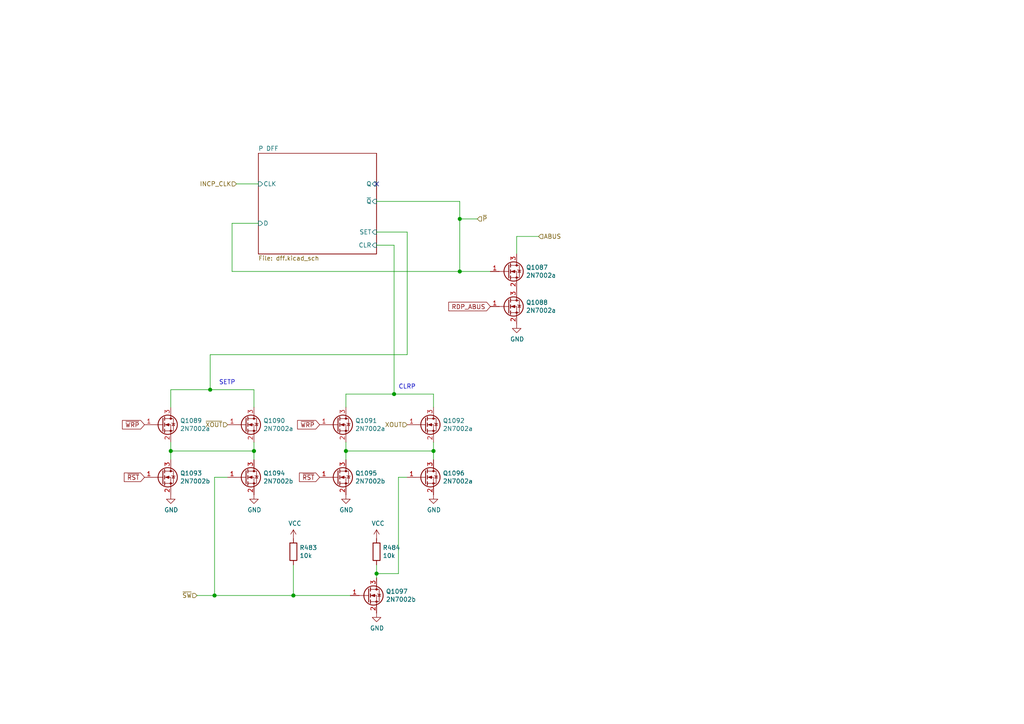
<source format=kicad_sch>
(kicad_sch (version 20210126) (generator eeschema)
  (paper "A4")
  (title_block (title "Q2 P Register Bit") (date "2021-02-05") (rev "1") (company "joewing.net"))
  (lib_symbols
    (symbol "Device:R" (pin_numbers hide) (pin_names (offset 0))
      (property "Reference" "R" (at 2.032 0 90))
      (property "Value" "R" (at 0 0 90))
      (symbol "R_0_1"
        (rectangle (start -1.016 -2.54) (end 1.016 2.54) (stroke (width 0.254)))
      )
      (symbol "R_1_1"
        (pin passive line (at 0 3.81 270) (length 1.27) (name "~") (number "1"))
        (pin passive line (at 0 -3.81 90) (length 1.27) (name "~") (number "2"))
      )
    )
    (symbol "Transistor_FET:2N7002" (pin_names hide)
      (property "Reference" "Q" (at 5.08 1.905 0))
      (property "Value" "2N7002" (at 5.08 0 0))
      (symbol "2N7002_0_1"
        (circle (center 1.651 0) (radius 2.794) (stroke (width 0.254)))
        (circle (center 2.54 -1.778) (radius 0.254) (fill (type outline)))
        (circle (center 2.54 1.778) (radius 0.254) (fill (type outline)))
        (polyline (pts (xy 0.254 0) (xy -2.54 0)))
        (polyline (pts (xy 0.254 1.905) (xy 0.254 -1.905)) (stroke (width 0.254)))
        (polyline (pts (xy 0.762 -1.27) (xy 0.762 -2.286)) (stroke (width 0.254)))
        (polyline (pts (xy 0.762 0.508) (xy 0.762 -0.508)) (stroke (width 0.254)))
        (polyline (pts (xy 0.762 2.286) (xy 0.762 1.27)) (stroke (width 0.254)))
        (polyline (pts (xy 2.54 2.54) (xy 2.54 1.778)))
        (polyline (pts (xy 2.54 -2.54) (xy 2.54 0) (xy 0.762 0)))
        (polyline (pts (xy 0.762 -1.778) (xy 3.302 -1.778) (xy 3.302 1.778) (xy 0.762 1.778)))
        (polyline (pts (xy 1.016 0) (xy 2.032 0.381) (xy 2.032 -0.381) (xy 1.016 0)) (fill (type outline)))
        (polyline (pts (xy 2.794 0.508) (xy 2.921 0.381) (xy 3.683 0.381) (xy 3.81 0.254)))
        (polyline (pts (xy 3.302 0.381) (xy 2.921 -0.254) (xy 3.683 -0.254) (xy 3.302 0.381)))
      )
      (symbol "2N7002_1_1"
        (pin input line (at -5.08 0 0) (length 2.54) (name "G") (number "1"))
        (pin passive line (at 2.54 -5.08 90) (length 2.54) (name "S") (number "2"))
        (pin passive line (at 2.54 5.08 270) (length 2.54) (name "D") (number "3"))
      )
    )
    (symbol "power:GND" (power) (pin_names (offset 0))
      (property "Value" "GND" (at 0 -3.81 0))
      (symbol "GND_0_1"
        (polyline (pts (xy 0 0) (xy 0 -1.27) (xy 1.27 -1.27) (xy 0 -2.54) (xy -1.27 -1.27) (xy 0 -1.27)))
      )
      (symbol "GND_1_1"
        (pin power_in line (at 0 0 270) (length 0) hide (name "GND") (number "1"))
      )
    )
    (symbol "power:VCC" (power) (pin_names (offset 0))
      (property "Value" "VCC" (at 0 3.81 0))
      (symbol "VCC_0_1"
        (polyline (pts (xy -0.762 1.27) (xy 0 2.54)))
        (polyline (pts (xy 0 0) (xy 0 2.54)))
        (polyline (pts (xy 0 2.54) (xy 0.762 1.27)))
      )
      (symbol "VCC_1_1"
        (pin power_in line (at 0 0 90) (length 0) hide (name "VCC") (number "1"))
      )
    )
  )
  (junction (at 49.53 130.81) (diameter 1.016))
  (junction (at 60.96 113.03) (diameter 1.016))
  (junction (at 62.23 172.72) (diameter 1.016))
  (junction (at 73.66 130.81) (diameter 1.016))
  (junction (at 85.09 172.72) (diameter 1.016))
  (junction (at 100.33 130.81) (diameter 1.016))
  (junction (at 109.22 166.37) (diameter 1.016))
  (junction (at 114.3 114.3) (diameter 1.016))
  (junction (at 125.73 130.81) (diameter 1.016))
  (junction (at 133.35 63.5) (diameter 1.016))
  (junction (at 133.35 78.74) (diameter 1.016))
  (no_connect (at 109.22 53.34))
  (wire (pts (xy 49.53 113.03) (xy 60.96 113.03)))
  (wire (pts (xy 49.53 118.11) (xy 49.53 113.03)))
  (wire (pts (xy 49.53 128.27) (xy 49.53 130.81)))
  (wire (pts (xy 49.53 130.81) (xy 49.53 133.35)))
  (wire (pts (xy 57.15 172.72) (xy 62.23 172.72)))
  (wire (pts (xy 60.96 102.87) (xy 60.96 113.03)))
  (wire (pts (xy 60.96 113.03) (xy 73.66 113.03)))
  (wire (pts (xy 62.23 138.43) (xy 66.04 138.43)))
  (wire (pts (xy 62.23 172.72) (xy 62.23 138.43)))
  (wire (pts (xy 62.23 172.72) (xy 85.09 172.72)))
  (wire (pts (xy 67.31 64.77) (xy 67.31 78.74)))
  (wire (pts (xy 67.31 64.77) (xy 74.93 64.77)))
  (wire (pts (xy 67.31 78.74) (xy 133.35 78.74)))
  (wire (pts (xy 68.58 53.34) (xy 74.93 53.34)))
  (wire (pts (xy 73.66 113.03) (xy 73.66 118.11)))
  (wire (pts (xy 73.66 128.27) (xy 73.66 130.81)))
  (wire (pts (xy 73.66 130.81) (xy 49.53 130.81)))
  (wire (pts (xy 73.66 130.81) (xy 73.66 133.35)))
  (wire (pts (xy 85.09 163.83) (xy 85.09 172.72)))
  (wire (pts (xy 85.09 172.72) (xy 101.6 172.72)))
  (wire (pts (xy 100.33 114.3) (xy 100.33 118.11)))
  (wire (pts (xy 100.33 114.3) (xy 114.3 114.3)))
  (wire (pts (xy 100.33 128.27) (xy 100.33 130.81)))
  (wire (pts (xy 100.33 130.81) (xy 100.33 133.35)))
  (wire (pts (xy 100.33 130.81) (xy 125.73 130.81)))
  (wire (pts (xy 109.22 58.42) (xy 133.35 58.42)))
  (wire (pts (xy 109.22 67.31) (xy 118.11 67.31)))
  (wire (pts (xy 109.22 71.12) (xy 114.3 71.12)))
  (wire (pts (xy 109.22 163.83) (xy 109.22 166.37)))
  (wire (pts (xy 109.22 166.37) (xy 109.22 167.64)))
  (wire (pts (xy 109.22 166.37) (xy 115.57 166.37)))
  (wire (pts (xy 114.3 71.12) (xy 114.3 114.3)))
  (wire (pts (xy 114.3 114.3) (xy 125.73 114.3)))
  (wire (pts (xy 115.57 138.43) (xy 115.57 166.37)))
  (wire (pts (xy 118.11 67.31) (xy 118.11 102.87)))
  (wire (pts (xy 118.11 102.87) (xy 60.96 102.87)))
  (wire (pts (xy 118.11 138.43) (xy 115.57 138.43)))
  (wire (pts (xy 125.73 114.3) (xy 125.73 118.11)))
  (wire (pts (xy 125.73 128.27) (xy 125.73 130.81)))
  (wire (pts (xy 125.73 130.81) (xy 125.73 133.35)))
  (wire (pts (xy 133.35 58.42) (xy 133.35 63.5)))
  (wire (pts (xy 133.35 63.5) (xy 133.35 78.74)))
  (wire (pts (xy 133.35 78.74) (xy 142.24 78.74)))
  (wire (pts (xy 138.43 63.5) (xy 133.35 63.5)))
  (wire (pts (xy 149.86 68.58) (xy 156.21 68.58)))
  (wire (pts (xy 149.86 73.66) (xy 149.86 68.58)))
  (text "SETP" (at 63.5 111.76 0) (effects (font (size 1.27 1.27)) (justify left bottom)))
  (text "CLRP" (at 115.57 113.03 0) (effects (font (size 1.27 1.27)) (justify left bottom)))
  (global_label "~WRP" (shape input) (at 41.91 123.19 180) (property "Intersheet References" "${INTERSHEET_REFS}" (effects hide)))
  (global_label "~RST" (shape input) (at 41.91 138.43 180) (property "Intersheet References" "${INTERSHEET_REFS}" (effects hide)))
  (global_label "~WRP" (shape input) (at 92.71 123.19 180) (property "Intersheet References" "${INTERSHEET_REFS}" (effects hide)))
  (global_label "~RST" (shape input) (at 92.71 138.43 180) (property "Intersheet References" "${INTERSHEET_REFS}" (effects hide)))
  (global_label "RDP_ABUS" (shape input) (at 142.24 88.9 180) (property "Intersheet References" "${INTERSHEET_REFS}" (effects hide)))
  (hierarchical_label "~SW" (shape input) (at 57.15 172.72 180))
  (hierarchical_label "~XOUT" (shape input) (at 66.04 123.19 180))
  (hierarchical_label "INCP_CLK" (shape input) (at 68.58 53.34 180))
  (hierarchical_label "XOUT" (shape input) (at 118.11 123.19 180))
  (hierarchical_label "~P" (shape input) (at 138.43 63.5 0))
  (hierarchical_label "ABUS" (shape input) (at 156.21 68.58 0))
  (symbol (lib_id "power:VCC") (at 85.09 156.21 0)
    (property "Reference" "#PWR0984" (effects hide))
    (property "Value" "VCC" (at 85.5218 151.8158 0))
  )
  (symbol (lib_id "power:VCC") (at 109.22 156.21 0)
    (property "Reference" "#PWR0985" (effects hide))
    (property "Value" "VCC" (at 109.6518 151.8158 0))
  )
  (symbol (lib_id "power:GND") (at 49.53 143.51 0)
    (property "Reference" "#PWR0980" (effects hide))
    (property "Value" "GND" (at 49.657 147.9042 0))
  )
  (symbol (lib_id "power:GND") (at 73.66 143.51 0)
    (property "Reference" "#PWR0981" (effects hide))
    (property "Value" "GND" (at 73.787 147.9042 0))
  )
  (symbol (lib_id "power:GND") (at 100.33 143.51 0)
    (property "Reference" "#PWR0982" (effects hide))
    (property "Value" "GND" (at 100.457 147.9042 0))
  )
  (symbol (lib_id "power:GND") (at 109.22 177.8 0)
    (property "Reference" "#PWR0986" (effects hide))
    (property "Value" "GND" (at 109.347 182.1942 0))
  )
  (symbol (lib_id "power:GND") (at 125.73 143.51 0)
    (property "Reference" "#PWR0983" (effects hide))
    (property "Value" "GND" (at 125.857 147.9042 0))
  )
  (symbol (lib_id "power:GND") (at 149.86 93.98 0)
    (property "Reference" "#PWR0979" (effects hide))
    (property "Value" "GND" (at 149.987 98.3742 0))
  )
  (symbol (lib_id "Device:R") (at 85.09 160.02 0)
    (property "Reference" "R483" (at 86.868 158.8516 0) (effects (justify left)))
    (property "Value" "10k" (at 86.868 161.163 0) (effects (justify left)))
    (property "Footprint" "Resistor_SMD:R_0805_2012Metric" (effects hide))
    (property "LCSC" "C17414" (effects hide))
  )
  (symbol (lib_id "Device:R") (at 109.22 160.02 0)
    (property "Reference" "R484" (at 110.998 158.8516 0) (effects (justify left)))
    (property "Value" "10k" (at 110.998 161.163 0) (effects (justify left)))
    (property "Footprint" "Resistor_SMD:R_0805_2012Metric" (effects hide))
    (property "LCSC" "C17414" (effects hide))
  )
  (symbol (lib_id "Transistor_FET:2N7002") (at 46.99 123.19 0)
    (property "Reference" "Q1089" (at 52.2224 122.0216 0) (effects (justify left)))
    (property "Value" "2N7002a" (at 52.2224 124.333 0) (effects (justify left)))
    (property "Footprint" "Package_TO_SOT_SMD:SOT-23" (effects hide))
    (property "Datasheet" "https://www.fairchildsemi.com/datasheets/2N/2N7002.pdf" (effects hide))
    (property "LCSC" "C8545" (effects hide))
  )
  (symbol (lib_id "Transistor_FET:2N7002") (at 46.99 138.43 0)
    (property "Reference" "Q1093" (at 52.2224 137.2616 0) (effects (justify left)))
    (property "Value" "2N7002b" (at 52.222 139.573 0) (effects (justify left)))
    (property "Footprint" "Package_TO_SOT_SMD:SOT-23" (effects hide))
    (property "Datasheet" "https://www.fairchildsemi.com/datasheets/2N/2N7002.pdf" (effects hide))
    (property "LCSC" "C8545" (effects hide))
  )
  (symbol (lib_id "Transistor_FET:2N7002") (at 71.12 123.19 0)
    (property "Reference" "Q1090" (at 76.3524 122.0216 0) (effects (justify left)))
    (property "Value" "2N7002a" (at 76.3524 124.333 0) (effects (justify left)))
    (property "Footprint" "Package_TO_SOT_SMD:SOT-23" (effects hide))
    (property "Datasheet" "https://www.fairchildsemi.com/datasheets/2N/2N7002.pdf" (effects hide))
    (property "LCSC" "C8545" (effects hide))
  )
  (symbol (lib_id "Transistor_FET:2N7002") (at 71.12 138.43 0)
    (property "Reference" "Q1094" (at 76.3524 137.2616 0) (effects (justify left)))
    (property "Value" "2N7002b" (at 76.352 139.573 0) (effects (justify left)))
    (property "Footprint" "Package_TO_SOT_SMD:SOT-23" (effects hide))
    (property "Datasheet" "https://www.fairchildsemi.com/datasheets/2N/2N7002.pdf" (effects hide))
    (property "LCSC" "C8545" (effects hide))
  )
  (symbol (lib_id "Transistor_FET:2N7002") (at 97.79 123.19 0)
    (property "Reference" "Q1091" (at 103.0224 122.0216 0) (effects (justify left)))
    (property "Value" "2N7002a" (at 103.0224 124.333 0) (effects (justify left)))
    (property "Footprint" "Package_TO_SOT_SMD:SOT-23" (effects hide))
    (property "Datasheet" "https://www.fairchildsemi.com/datasheets/2N/2N7002.pdf" (effects hide))
    (property "LCSC" "C8545" (effects hide))
  )
  (symbol (lib_id "Transistor_FET:2N7002") (at 97.79 138.43 0)
    (property "Reference" "Q1095" (at 103.0224 137.2616 0) (effects (justify left)))
    (property "Value" "2N7002b" (at 103.022 139.573 0) (effects (justify left)))
    (property "Footprint" "Package_TO_SOT_SMD:SOT-23" (effects hide))
    (property "Datasheet" "https://www.fairchildsemi.com/datasheets/2N/2N7002.pdf" (effects hide))
    (property "LCSC" "C8545" (effects hide))
  )
  (symbol (lib_id "Transistor_FET:2N7002") (at 106.68 172.72 0)
    (property "Reference" "Q1097" (at 111.9124 171.5516 0) (effects (justify left)))
    (property "Value" "2N7002b" (at 111.912 173.863 0) (effects (justify left)))
    (property "Footprint" "Package_TO_SOT_SMD:SOT-23" (effects hide))
    (property "Datasheet" "https://www.fairchildsemi.com/datasheets/2N/2N7002.pdf" (effects hide))
    (property "LCSC" "C8545" (effects hide))
  )
  (symbol (lib_id "Transistor_FET:2N7002") (at 123.19 123.19 0)
    (property "Reference" "Q1092" (at 128.4224 122.0216 0) (effects (justify left)))
    (property "Value" "2N7002a" (at 128.4224 124.333 0) (effects (justify left)))
    (property "Footprint" "Package_TO_SOT_SMD:SOT-23" (effects hide))
    (property "Datasheet" "https://www.fairchildsemi.com/datasheets/2N/2N7002.pdf" (effects hide))
    (property "LCSC" "C8545" (effects hide))
  )
  (symbol (lib_id "Transistor_FET:2N7002") (at 123.19 138.43 0)
    (property "Reference" "Q1096" (at 128.4224 137.2616 0) (effects (justify left)))
    (property "Value" "2N7002a" (at 128.4224 139.573 0) (effects (justify left)))
    (property "Footprint" "Package_TO_SOT_SMD:SOT-23" (effects hide))
    (property "Datasheet" "https://www.fairchildsemi.com/datasheets/2N/2N7002.pdf" (effects hide))
    (property "LCSC" "C8545" (effects hide))
  )
  (symbol (lib_id "Transistor_FET:2N7002") (at 147.32 78.74 0)
    (property "Reference" "Q1087" (at 152.5524 77.5716 0) (effects (justify left)))
    (property "Value" "2N7002a" (at 152.5524 79.883 0) (effects (justify left)))
    (property "Footprint" "Package_TO_SOT_SMD:SOT-23" (effects hide))
    (property "Datasheet" "https://www.fairchildsemi.com/datasheets/2N/2N7002.pdf" (effects hide))
    (property "LCSC" "C8545" (effects hide))
  )
  (symbol (lib_id "Transistor_FET:2N7002") (at 147.32 88.9 0)
    (property "Reference" "Q1088" (at 152.5524 87.7316 0) (effects (justify left)))
    (property "Value" "2N7002a" (at 152.5524 90.043 0) (effects (justify left)))
    (property "Footprint" "Package_TO_SOT_SMD:SOT-23" (effects hide))
    (property "Datasheet" "https://www.fairchildsemi.com/datasheets/2N/2N7002.pdf" (effects hide))
    (property "LCSC" "C8545" (effects hide))
  )
  (sheet (at 74.93 44.45) (size 34.29 29.21)
    (property "Sheet name" "P DFF" (at 74.93 43.8145 0) (effects (justify left bottom)))
    (property "Sheet file" "dff.kicad_sch" (at 74.93 74.1685 0) (effects (justify left top)))
    (pin "Q" input (at 109.22 53.34 0))
    (pin "~Q" input (at 109.22 58.42 0))
    (pin "CLK" input (at 74.93 53.34 180))
    (pin "D" input (at 74.93 64.77 180))
    (pin "SET" input (at 109.22 67.31 0))
    (pin "CLR" input (at 109.22 71.12 0))
  )
)
</source>
